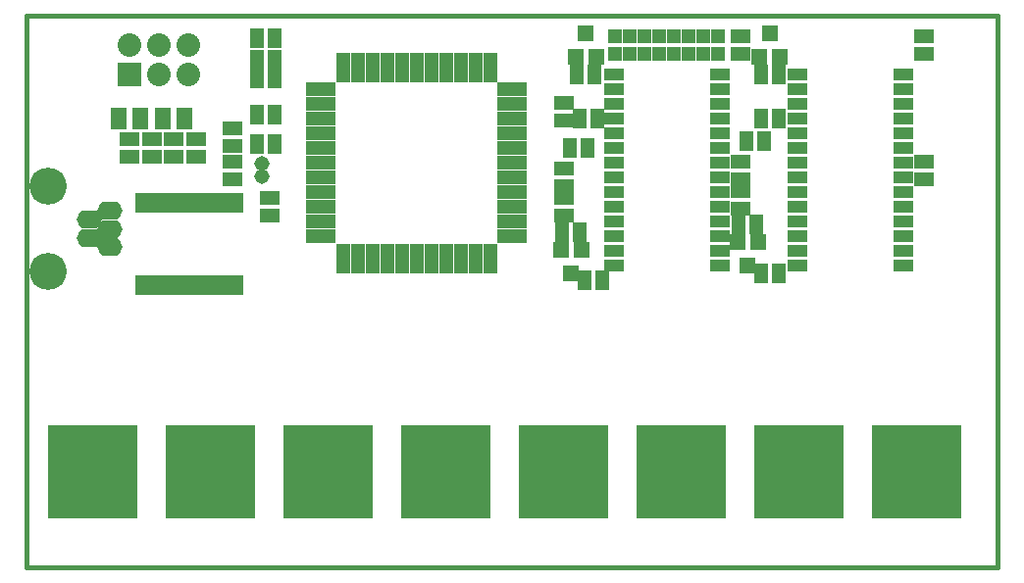
<source format=gts>
G04 (created by PCBNEW-RS274X (2010-03-14)-final) date Tue 28 Sep 2010 03:27:07 PM CDT*
G01*
G70*
G90*
%MOIN*%
G04 Gerber Fmt 3.4, Leading zero omitted, Abs format*
%FSLAX34Y34*%
G04 APERTURE LIST*
%ADD10C,0.001000*%
%ADD11C,0.015000*%
%ADD12C,0.051500*%
%ADD13R,0.051400X0.051400*%
%ADD14R,0.080000X0.080000*%
%ADD15C,0.080000*%
%ADD16R,0.050000X0.100000*%
%ADD17R,0.100000X0.050000*%
%ADD18R,0.045000X0.065000*%
%ADD19R,0.065000X0.045000*%
%ADD20R,0.070000X0.040000*%
%ADD21R,0.056000X0.056000*%
%ADD22R,0.036000X0.070000*%
%ADD23O,0.126300X0.126300*%
%ADD24O,0.085000X0.063300*%
%ADD25R,0.055000X0.075000*%
%ADD26R,0.157800X0.122400*%
%ADD27R,0.157800X0.090900*%
G04 APERTURE END LIST*
G54D10*
G54D11*
X44000Y-50750D02*
X77000Y-50750D01*
X77000Y-32000D02*
X44000Y-32000D01*
X44000Y-50750D02*
X44000Y-32000D01*
X77000Y-50750D02*
X77000Y-32000D01*
G54D12*
X52000Y-37033D03*
X52000Y-37467D03*
G54D13*
X66000Y-32705D03*
X66000Y-33295D03*
X66500Y-32705D03*
X66500Y-33295D03*
X67000Y-32705D03*
X67000Y-33295D03*
X67500Y-32705D03*
X67500Y-33295D03*
X64000Y-32705D03*
X64000Y-33295D03*
X64500Y-32705D03*
X64500Y-33295D03*
X65000Y-32705D03*
X65000Y-33295D03*
X65500Y-32705D03*
X65500Y-33295D03*
G54D14*
X47500Y-34000D03*
G54D15*
X47500Y-33000D03*
X48500Y-34000D03*
X48500Y-33000D03*
X49500Y-34000D03*
X49500Y-33000D03*
G54D16*
X57250Y-33750D03*
X56750Y-33750D03*
X56250Y-33750D03*
X55750Y-33750D03*
X55250Y-33750D03*
X54750Y-33750D03*
G54D17*
X54000Y-34500D03*
X54000Y-35000D03*
X54000Y-35500D03*
X54000Y-36000D03*
X54000Y-36500D03*
X54000Y-37000D03*
X54000Y-37500D03*
X54000Y-38000D03*
X54000Y-38500D03*
X54000Y-39000D03*
X54000Y-39500D03*
G54D16*
X54750Y-40250D03*
X55250Y-40250D03*
X55750Y-40250D03*
X56250Y-40250D03*
X56750Y-40250D03*
X57250Y-40250D03*
X57750Y-40250D03*
X58250Y-40250D03*
X58750Y-40250D03*
X59250Y-40250D03*
X59750Y-40250D03*
G54D17*
X60500Y-39500D03*
X60500Y-39000D03*
X60500Y-38500D03*
X60500Y-38000D03*
X60500Y-37500D03*
X60500Y-37000D03*
X60500Y-36500D03*
X60500Y-36000D03*
X60500Y-35500D03*
X60500Y-35000D03*
X60500Y-34500D03*
G54D16*
X59750Y-33750D03*
X59250Y-33750D03*
X58750Y-33750D03*
X58250Y-33750D03*
X57750Y-33750D03*
G54D18*
X63400Y-35500D03*
X62800Y-35500D03*
G54D19*
X62250Y-38800D03*
X62250Y-38200D03*
G54D18*
X63300Y-34000D03*
X62700Y-34000D03*
X62200Y-39350D03*
X62800Y-39350D03*
X62450Y-36500D03*
X63050Y-36500D03*
X69550Y-35500D03*
X68950Y-35500D03*
G54D19*
X68250Y-38550D03*
X68250Y-37950D03*
G54D18*
X69550Y-34000D03*
X68950Y-34000D03*
X68200Y-39100D03*
X68800Y-39100D03*
X68450Y-36250D03*
X69050Y-36250D03*
X51825Y-32750D03*
X52425Y-32750D03*
X52425Y-33500D03*
X51825Y-33500D03*
X52425Y-34125D03*
X51825Y-34125D03*
X51825Y-35375D03*
X52425Y-35375D03*
G54D19*
X68250Y-33300D03*
X68250Y-32700D03*
G54D18*
X63550Y-41000D03*
X62950Y-41000D03*
G54D19*
X68250Y-37550D03*
X68250Y-36950D03*
X74500Y-33300D03*
X74500Y-32700D03*
G54D18*
X69550Y-40750D03*
X68950Y-40750D03*
G54D19*
X74500Y-37550D03*
X74500Y-36950D03*
X62250Y-35550D03*
X62250Y-34950D03*
X62250Y-37800D03*
X62250Y-37200D03*
X52250Y-38200D03*
X52250Y-38800D03*
G54D18*
X51825Y-36375D03*
X52425Y-36375D03*
G54D19*
X51000Y-37550D03*
X51000Y-36950D03*
X47500Y-36200D03*
X47500Y-36800D03*
X51000Y-35825D03*
X51000Y-36425D03*
G54D20*
X67550Y-40500D03*
X67550Y-40000D03*
X67550Y-39500D03*
X67550Y-39000D03*
X67550Y-38500D03*
X67550Y-38000D03*
X67550Y-37500D03*
X67550Y-37000D03*
X67550Y-36500D03*
X67550Y-36000D03*
X67550Y-35500D03*
X67550Y-35000D03*
X67550Y-34500D03*
X67550Y-34000D03*
X63950Y-34000D03*
X63950Y-34500D03*
X63950Y-35000D03*
X63950Y-35500D03*
X63950Y-36000D03*
X63950Y-36500D03*
X63950Y-37000D03*
X63950Y-37500D03*
X63950Y-38000D03*
X63950Y-38500D03*
X63950Y-39000D03*
X63950Y-39500D03*
X63950Y-40000D03*
X63950Y-40500D03*
X73800Y-40500D03*
X73800Y-40000D03*
X73800Y-39500D03*
X73800Y-39000D03*
X73800Y-38500D03*
X73800Y-38000D03*
X73800Y-37500D03*
X73800Y-37000D03*
X73800Y-36500D03*
X73800Y-36000D03*
X73800Y-35500D03*
X73800Y-35000D03*
X73800Y-34500D03*
X73800Y-34000D03*
X70200Y-34000D03*
X70200Y-34500D03*
X70200Y-35000D03*
X70200Y-35500D03*
X70200Y-36000D03*
X70200Y-36500D03*
X70200Y-37000D03*
X70200Y-37500D03*
X70200Y-38000D03*
X70200Y-38500D03*
X70200Y-39000D03*
X70200Y-39500D03*
X70200Y-40000D03*
X70200Y-40500D03*
G54D21*
X63350Y-33400D03*
X62650Y-33400D03*
X63000Y-32600D03*
X62150Y-39950D03*
X62850Y-39950D03*
X62500Y-40750D03*
X69600Y-33400D03*
X68900Y-33400D03*
X69250Y-32600D03*
X68150Y-39700D03*
X68850Y-39700D03*
X68500Y-40500D03*
G54D22*
X47850Y-41150D03*
X48100Y-41150D03*
X48360Y-41150D03*
X48620Y-41150D03*
X48870Y-41150D03*
X49130Y-41150D03*
X49390Y-41150D03*
X49640Y-41150D03*
X49900Y-41150D03*
X50150Y-41150D03*
X50410Y-41150D03*
X50670Y-41150D03*
X50920Y-41150D03*
X51180Y-41150D03*
X51180Y-38350D03*
X50920Y-38350D03*
X50680Y-38350D03*
X50410Y-38350D03*
X50150Y-38350D03*
X49900Y-38350D03*
X49640Y-38350D03*
X49390Y-38350D03*
X49130Y-38350D03*
X48870Y-38350D03*
X48620Y-38350D03*
X48360Y-38350D03*
X48100Y-38350D03*
X47850Y-38350D03*
G54D23*
X44734Y-37813D03*
G54D24*
X46142Y-38935D03*
X46142Y-39565D03*
X46830Y-39880D03*
X46830Y-39250D03*
X46830Y-38620D03*
G54D23*
X44734Y-40687D03*
G54D19*
X49750Y-36200D03*
X49750Y-36800D03*
X49000Y-36200D03*
X49000Y-36800D03*
G54D25*
X48625Y-35500D03*
X49375Y-35500D03*
G54D26*
X66998Y-48484D03*
X66998Y-46516D03*
X65502Y-46516D03*
X65502Y-48484D03*
G54D27*
X66998Y-47500D03*
X65502Y-47500D03*
G54D26*
X46998Y-48484D03*
X46998Y-46516D03*
X45502Y-46516D03*
X45502Y-48484D03*
G54D27*
X46998Y-47500D03*
X45502Y-47500D03*
G54D26*
X50998Y-48484D03*
X50998Y-46516D03*
X49502Y-46516D03*
X49502Y-48484D03*
G54D27*
X50998Y-47500D03*
X49502Y-47500D03*
G54D26*
X54998Y-48484D03*
X54998Y-46516D03*
X53502Y-46516D03*
X53502Y-48484D03*
G54D27*
X54998Y-47500D03*
X53502Y-47500D03*
G54D26*
X58998Y-48484D03*
X58998Y-46516D03*
X57502Y-46516D03*
X57502Y-48484D03*
G54D27*
X58998Y-47500D03*
X57502Y-47500D03*
G54D26*
X62998Y-48484D03*
X62998Y-46516D03*
X61502Y-46516D03*
X61502Y-48484D03*
G54D27*
X62998Y-47500D03*
X61502Y-47500D03*
G54D26*
X70998Y-48484D03*
X70998Y-46516D03*
X69502Y-46516D03*
X69502Y-48484D03*
G54D27*
X70998Y-47500D03*
X69502Y-47500D03*
G54D26*
X74998Y-48484D03*
X74998Y-46516D03*
X73502Y-46516D03*
X73502Y-48484D03*
G54D27*
X74998Y-47500D03*
X73502Y-47500D03*
G54D25*
X47125Y-35500D03*
X47875Y-35500D03*
G54D19*
X48250Y-36200D03*
X48250Y-36800D03*
M02*

</source>
